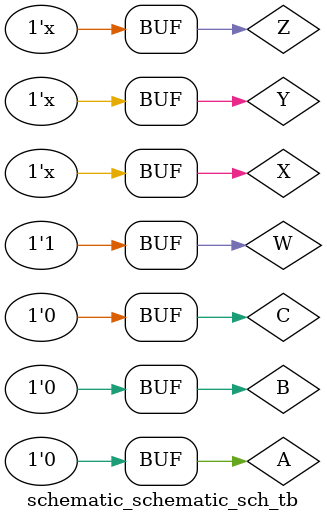
<source format=v>

`timescale 1ps / 1ps

module schematic_schematic_sch_tb();

// Inputs
   reg A;
   reg B;
   reg C;
	reg W;
	reg X;
	reg Y;
	reg Z;

// Output
   wire F;
	wire G;

// Bidirs

// Instantiate the UUT
   schematic UUT (
		.A(A), 
		.B(B), 
		.C(C), 
		.F(F),
		.W(W),
		.X(X),
		.Y(Y),
		.Z(Z),
		.G(G)
   );
	
   initial begin
		A = 1;
		B = 1;
		C = 1;
		W = 0;
		X = 1;
		Y = 1;
		Z = 1;
	end

	always begin
		repeat(2)begin
			A=~A;
			X=~X;
			repeat(2)begin
				B=~B;
				Y=~Y;
				repeat(2)begin
					C=~C;
					Z=~Z;
					#1;
					if((A|~B)&C == 1 && F != 1)begin
						$display("Incorrect output for F = 1", $time-1);
					end
					if((A|~B)&C == 0 && F != 0)begin
						$display("Incorrect output for F = 0", $time-1);					
					end
					if((W&~X | Y&~Z) == 1 && G != 1) begin
						$display("Incorrect output for G = 1", $time-1);
					end
					if((W&~X | Y&~Z) == 0 && G != 0) begin
						$display("Incorrect output for G = 0", $time-1);
					end
				end
			end
		end
		A = 0;
		B = 0;
		C = 0;
		W = 1;
		repeat(2)begin
			X=~X;
			repeat(2)begin
				Y=~Y;
				repeat(2)begin
					Z=~Z;
					#1;
					if((W&~X | Y&~Z) == 1 && G != 1) begin
						$display("Incorrect output for G = 1", $time-1);
					end
					if((W&~X | Y&~Z) == 0 && G != 0) begin
						$display("Incorrect output for G = 0", $time-1);
					end
					
				end
			end
		end
	end
endmodule

</source>
